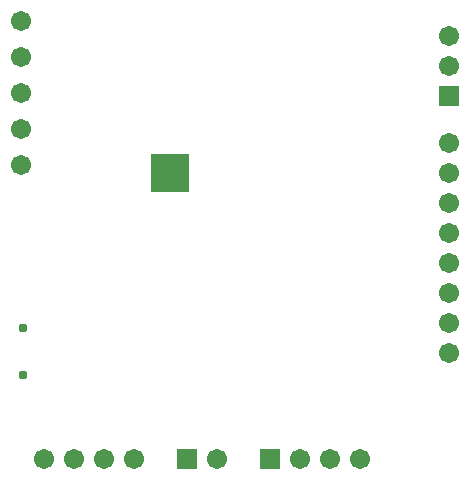
<source format=gbs>
G04*
G04 #@! TF.GenerationSoftware,Altium Limited,Altium Designer,18.1.7 (191)*
G04*
G04 Layer_Color=16711935*
%FSLAX43Y43*%
%MOMM*%
G71*
G01*
G75*
%ADD45C,1.703*%
%ADD46R,3.203X3.203*%
%ADD47R,1.703X1.703*%
%ADD48R,1.703X1.703*%
%ADD49C,0.783*%
%ADD50C,1.103*%
D45*
X4191Y34671D02*
D03*
Y28575D02*
D03*
Y31623D02*
D03*
Y37719D02*
D03*
Y40767D02*
D03*
X32893Y3683D02*
D03*
X30353D02*
D03*
X27813D02*
D03*
X20728D02*
D03*
X40386Y36957D02*
D03*
Y39497D02*
D03*
Y30484D02*
D03*
Y27944D02*
D03*
Y25404D02*
D03*
Y22864D02*
D03*
Y20324D02*
D03*
Y17784D02*
D03*
Y15244D02*
D03*
Y12704D02*
D03*
X13743Y3683D02*
D03*
X11203D02*
D03*
X8663D02*
D03*
X6123D02*
D03*
D46*
X16795Y27944D02*
D03*
D47*
X25273Y3683D02*
D03*
X18188D02*
D03*
D48*
X40386Y34417D02*
D03*
D49*
X4367Y10827D02*
D03*
Y14827D02*
D03*
D50*
X17399Y28571D02*
D03*
X16129Y27301D02*
D03*
Y28571D02*
D03*
X17399Y27305D02*
D03*
M02*

</source>
